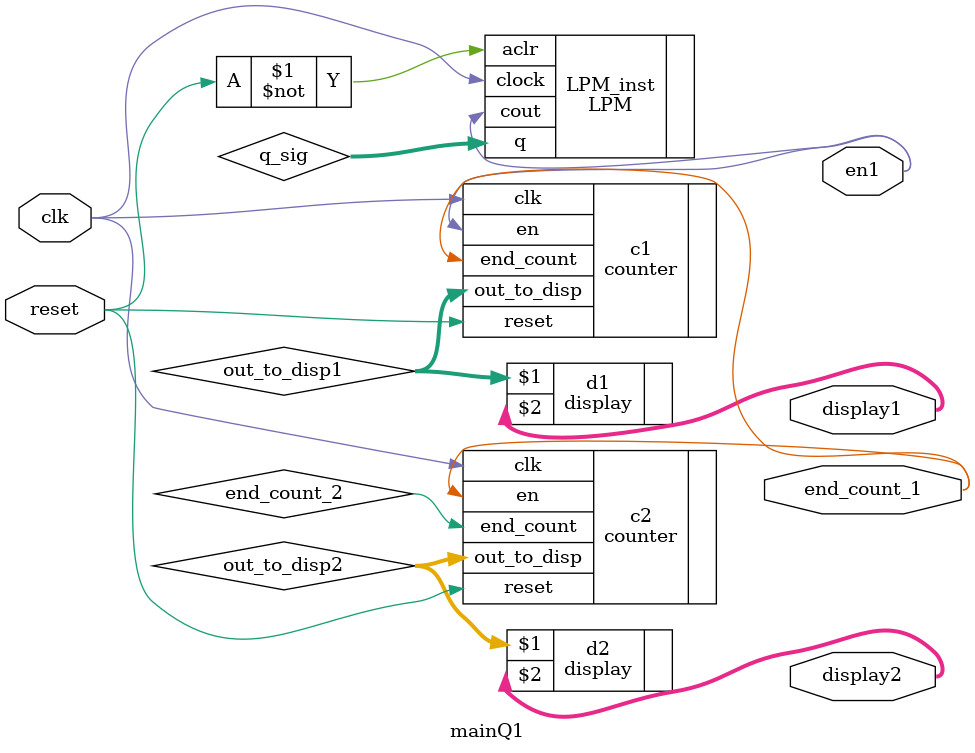
<source format=v>
module mainQ1(clk, reset, display1, display2,en1,end_count_1); //This is the main modoule which contain 2 counters:
																					//one for the seconds and one for the ten-seconds, LPM counter
																					//which count the seconds and display instance which display every
																					//counter on the card
	//declertaion input and output
	input clk; //clock of the system
	input reset; //reset of the system
	output wire[6:0] display1; //display on the counter the seconds
	output wire[6:0] display2; //display on the counter the ten-seconds 
	output en1;
	output end_count_1;
	
	
	//decleration on internal and on other nessesary things
	wire[25:0] q_sig;
	wire en1;
	wire end_count_1;
	wire[3:0] out_to_disp1;
	wire[3:0] out_to_disp2;
	wire end_count_2;

	
	//objects
	//create the LPM instance (to maintain the seconds, ensure that every second the clock is going on
	LPM	LPM_inst (
	.aclr ( ~reset ),
	.clock ( clk ),
	.cout ( en1 ), //output 1 bit
	.q ( q_sig ) ///output 26bitd
	);
	 
	//create the counter of the seconds
	counter c1(.en(en1),.reset(reset),.clk(clk),.out_to_disp(out_to_disp1),.end_count(end_count_1));
	//create the counter of the ten seconds
	counter c2(.en(end_count_1),.reset(reset),.clk(clk),.out_to_disp(out_to_disp2),.end_count(end_count_2));
	//create the decoder of the seconds
	display d1(out_to_disp1,display1);
	//create the decoder of the ten seconds
	display d2(out_to_disp2,display2);
	
	//
	
endmodule

</source>
